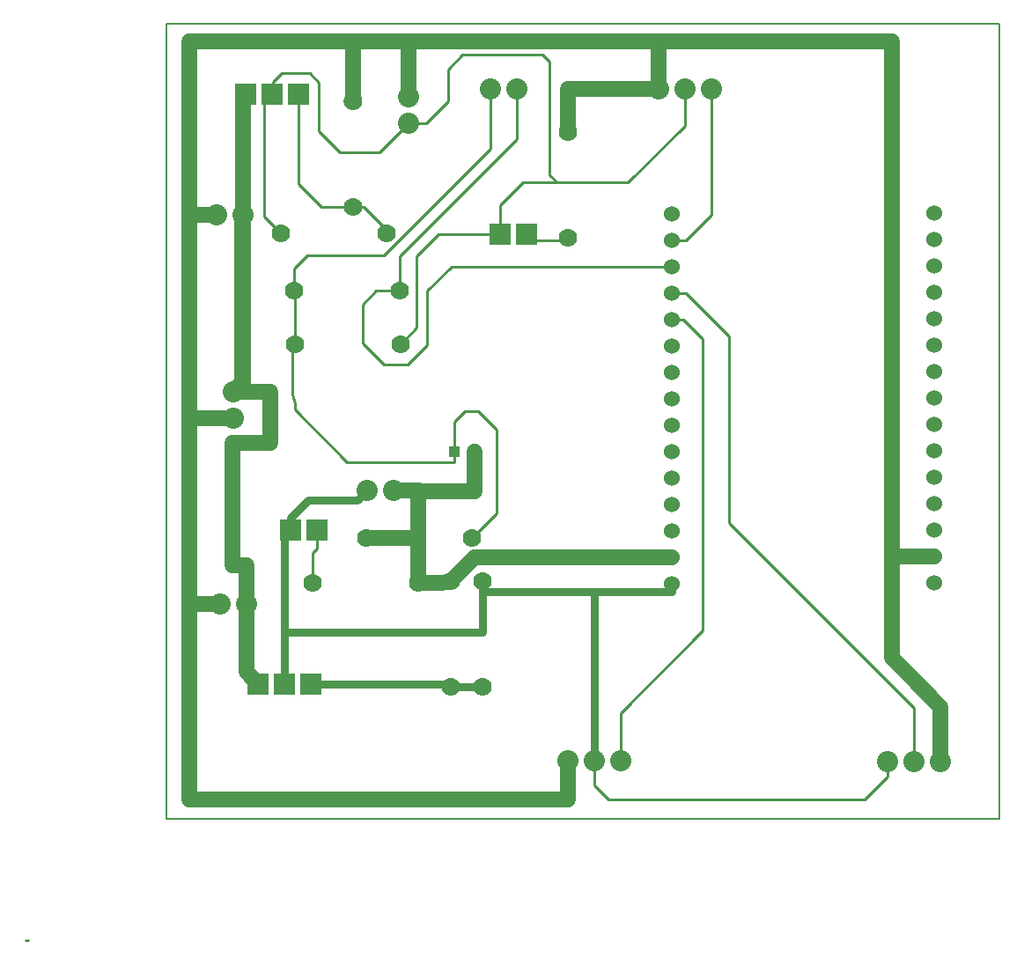
<source format=gbr>
G04 PROTEUS GERBER X2 FILE*
%TF.GenerationSoftware,Labcenter,Proteus,8.6-SP2-Build23525*%
%TF.CreationDate,2021-11-18T02:18:18+00:00*%
%TF.FileFunction,Copper,L2,Bot*%
%TF.FilePolarity,Positive*%
%TF.Part,Single*%
%FSLAX45Y45*%
%MOMM*%
G01*
%TA.AperFunction,Conductor*%
%ADD18C,1.524000*%
%ADD19C,0.254000*%
%ADD70C,0.762000*%
%TA.AperFunction,WasherPad*%
%ADD10C,1.524000*%
%TA.AperFunction,ViaPad*%
%ADD11C,1.524000*%
%TA.AperFunction,ComponentPad*%
%ADD12C,2.032000*%
%ADD13R,2.032000X2.032000*%
%TA.AperFunction,ComponentPad*%
%ADD14C,1.778000*%
%TA.AperFunction,WasherPad*%
%ADD15R,1.120000X1.120000*%
%TA.AperFunction,ComponentPad*%
%ADD16C,1.120000*%
%TA.AperFunction,Profile*%
%ADD17C,0.203200*%
%TD.AperFunction*%
D18*
X-10430000Y+960000D02*
X-10210000Y+960000D01*
X-10430000Y+960000D02*
X-10640000Y+960000D01*
X-10640000Y-810000D02*
X-10630000Y-810000D01*
X-10640000Y-810000D02*
X-10640000Y+960000D01*
D19*
X-8930000Y+270000D02*
X-8960000Y+243425D01*
X-8960000Y+270000D02*
X-8960000Y+243425D01*
X-9625000Y+1675000D02*
X-9625000Y+2190000D01*
X-9630000Y+2190000D01*
X-8609000Y+1675000D02*
X-8449000Y+1835000D01*
X-8449000Y+2526000D01*
X-8245000Y+2730000D01*
X-7650000Y+2730000D01*
D18*
X-8080000Y+260000D02*
X-8120000Y+260000D01*
X-7990000Y+260000D02*
X-8080000Y+260000D01*
X-7970000Y+260000D02*
X-7980000Y+260000D01*
X-7990000Y+260000D01*
X-7940000Y+260000D02*
X-7960000Y+260000D01*
X-7970000Y+260000D01*
X-7890000Y+640000D02*
X-7890000Y+260000D01*
X-7920000Y+260000D01*
X-7940000Y+260000D01*
D19*
X-9450000Y-620000D02*
X-9450000Y-330000D01*
X-9406000Y-286000D01*
X-9406000Y-110000D01*
D70*
X-9720000Y-860000D02*
X-9720000Y-110000D01*
X-9660000Y-110000D01*
D18*
X-8120000Y+260000D02*
X-8130000Y+260000D01*
X-8140000Y+260000D01*
X-10630000Y-810000D02*
X-10630000Y-820000D01*
X-10344000Y-820000D01*
D70*
X-9720000Y-870000D02*
X-9720000Y-860000D01*
X-9466000Y-1590000D02*
X-8208900Y-1590000D01*
X-8120000Y-1620000D01*
X-7908900Y-1620000D01*
X-7820000Y-1616000D01*
D18*
X-8434000Y-620000D02*
X-8208900Y-620000D01*
X-8120000Y-604000D01*
X-8434000Y+260000D02*
X-8140000Y+260000D01*
D70*
X-9660000Y-110000D02*
X-9660000Y+10000D01*
X-9490000Y+180000D01*
X-9020000Y+180000D01*
X-8930000Y+270000D01*
D18*
X-8676000Y+270000D02*
X-8434000Y+270000D01*
X-8434000Y+260000D01*
D19*
X-8090000Y+640000D02*
X-8090000Y+540000D01*
X-9120000Y+540000D01*
X-9625000Y+1045000D01*
X-9625000Y+1105000D01*
X-9645000Y+1193900D01*
X-9645000Y+1586100D01*
X-9625000Y+1675000D01*
D18*
X-8931000Y-185000D02*
X-8610000Y-185000D01*
X-8434000Y-185000D01*
X-8434000Y-620000D02*
X-8434000Y-185000D01*
X-8434000Y+260000D01*
D19*
X-7915000Y-185000D02*
X-7680000Y+50000D01*
X-7680000Y+850000D01*
X-7860000Y+1030000D01*
X-7990000Y+1030000D01*
X-8090000Y+930000D01*
X-8090000Y+640000D01*
X-8614000Y+2190000D02*
X-8614000Y+2526000D01*
X-7490000Y+3650000D01*
X-7490000Y+4130000D01*
X-9630000Y+2190000D02*
X-9630000Y+2400000D01*
X-9500000Y+2530000D01*
X-8770000Y+2530000D01*
X-7744000Y+3556000D01*
X-7744000Y+4130000D01*
D70*
X-9720000Y-1050000D02*
X-9720000Y-930000D01*
X-9720000Y-870000D01*
X-9720000Y-1590000D02*
X-9720000Y-1240000D01*
X-9720000Y-1190000D02*
X-9720000Y-1240000D01*
X-9720000Y-1110000D02*
X-9720000Y-1120000D01*
X-9720000Y-1140000D01*
X-9720000Y-1190000D01*
X-9720000Y-1090000D02*
X-9720000Y-1080000D01*
X-9720000Y-1050000D01*
X-9720000Y-1090000D02*
X-9720000Y-1110000D01*
D18*
X-9974000Y-1590000D02*
X-10090000Y-1474000D01*
X-10090000Y-820000D01*
X-10210000Y+1214000D02*
X-9860000Y+1214000D01*
X-9860000Y+730000D01*
X-10220000Y+730000D01*
X-10220000Y-450000D01*
X-10090000Y-450000D01*
X-10090000Y-820000D01*
X-3630000Y-362000D02*
X-3470000Y-362000D01*
X-3820000Y-362000D02*
X-3630000Y-362000D01*
X-3880000Y-362000D02*
X-3820000Y-362000D01*
D19*
X-6746000Y-2330000D02*
X-6746000Y-2564000D01*
X-6610000Y-2700000D01*
X-4140000Y-2700000D01*
X-3920000Y-2480000D01*
X-3920000Y-2340000D01*
D18*
X-10640000Y+2920000D02*
X-10374000Y+2920000D01*
X-10640000Y+960000D02*
X-10640000Y+2920000D01*
X-10210000Y+1214000D02*
X-10120000Y+1305440D01*
X-10120000Y+2920000D01*
X-10210000Y+1214000D02*
X-10220000Y+1214000D01*
X-10130000Y+1305440D01*
X-10130000Y+2909840D01*
X-10120000Y+2920000D01*
X-10120000Y+3978400D01*
X-10094000Y+4080000D01*
X-9080000Y+4010000D02*
X-9060000Y+4010000D01*
X-8530000Y+4330000D02*
X-8530000Y+4054000D01*
X-9060000Y+4010000D02*
X-9060000Y+4016000D01*
X-8530000Y+4590000D02*
X-8530000Y+4456000D01*
X-8530000Y+4330000D01*
X-8530000Y+4590000D02*
X-8330000Y+4590000D01*
X-10640000Y+2920000D02*
X-10640000Y+4590000D01*
X-9100000Y+4590000D01*
X-9100000Y+4580000D01*
X-9100000Y+4590000D02*
X-8530000Y+4590000D01*
D19*
X-7650000Y+2730000D02*
X-7650000Y+3010000D01*
X-7430000Y+3230000D01*
X-7100000Y+3230000D01*
X-7170000Y+3300000D01*
X-7170000Y+4390000D01*
X-7240000Y+4460000D01*
X-8010000Y+4460000D01*
X-8150000Y+4320000D01*
X-8150000Y+4010000D01*
X-8360000Y+3800000D01*
X-8530000Y+3800000D01*
X-7396000Y+2730000D02*
X-7396000Y+2690000D01*
X-7294400Y+2670000D01*
X-7088900Y+2670000D01*
X-7000000Y+2700000D01*
D18*
X-6148320Y+4590000D02*
X-8330000Y+4590000D01*
D19*
X-7100000Y+3230000D02*
X-6420000Y+3230000D01*
X-5874000Y+3776000D01*
X-5874000Y+4130000D01*
D18*
X-6128000Y+4130000D02*
X-6128000Y+4590000D01*
X-6148320Y+4590000D02*
X-6128000Y+4590000D01*
X-5508320Y+4590000D01*
X-7000000Y+3716000D02*
X-7000000Y+4130000D01*
X-6128000Y+4130000D01*
D70*
X-6746000Y-700000D02*
X-6000000Y-700000D01*
X-6000000Y-626000D01*
D18*
X-5508320Y+4590000D02*
X-3880000Y+4590000D01*
X-3880000Y-362000D01*
X-3412000Y-2340000D02*
X-3412000Y-1810000D01*
X-3732000Y-1490000D01*
X-3880000Y-1342000D01*
X-3880000Y-362000D01*
X-8120000Y-604000D02*
X-7890000Y-374000D01*
X-6076200Y-374000D01*
X-6000000Y-372000D01*
D70*
X-7820000Y-710000D02*
X-7820000Y-1090000D01*
X-9720000Y-1090000D01*
X-6746000Y-2330000D02*
X-6746000Y-710000D01*
X-7820000Y-710000D02*
X-7820000Y-700000D01*
X-6746000Y-700000D01*
X-6746000Y-710000D01*
X-7820000Y-600000D02*
X-7820000Y-700000D01*
D19*
X-6492000Y-2330000D02*
X-6492000Y-1870000D01*
X-5700000Y-1078000D01*
X-5700000Y+1730000D01*
X-5884000Y+1914000D01*
X-6000000Y+1914000D01*
X-3666000Y-2340000D02*
X-3666000Y-1820000D01*
X-5446000Y-40000D01*
X-5446000Y+1750000D01*
X-5864000Y+2168000D01*
X-6000000Y+2168000D01*
X-8614000Y+2190000D02*
X-8840000Y+2190000D01*
X-8970000Y+2060000D01*
X-8970000Y+1680000D01*
X-8770000Y+1480000D01*
X-8540000Y+1480000D01*
X-8350000Y+1670000D01*
X-8350000Y+2190000D01*
X-8118000Y+2422000D01*
X-6000000Y+2422000D01*
X-6000000Y+2676000D02*
X-5860000Y+2676000D01*
X-5620000Y+2916000D01*
X-5620000Y+4130000D01*
D18*
X-10630000Y-820000D02*
X-10640000Y-820000D01*
X-10640000Y-2700000D01*
X-7000000Y-2700000D01*
X-7000000Y-2330000D01*
D19*
X-9760000Y+2740000D02*
X-9920000Y+2900000D01*
X-9920000Y+4070000D01*
X-9930000Y+4080000D01*
X-9840000Y+4080000D01*
X-9586000Y+4080000D02*
X-9586000Y+3220000D01*
X-9366000Y+3000000D01*
X-9060000Y+3000000D01*
D18*
X-9060000Y+4016000D02*
X-9060000Y+4580000D01*
X-9100000Y+4580000D01*
D19*
X-8744000Y+2740000D02*
X-8744000Y+2780000D01*
X-8964000Y+3000000D01*
X-9060000Y+3000000D01*
X-9840000Y+4080000D02*
X-9830000Y+4181600D01*
X-9830000Y+4200000D01*
X-9750000Y+4280000D01*
X-9480000Y+4280000D01*
X-9390000Y+4190000D01*
X-9390000Y+3720000D01*
X-9190000Y+3520000D01*
X-8810000Y+3520000D01*
X-8530000Y+3800000D01*
X-12210000Y-4060000D02*
X-12190000Y-4060000D01*
X-12210000Y-4060000D01*
D10*
X-6000000Y+2930000D03*
X-6000000Y+2676000D03*
X-6000000Y+2422000D03*
X-6000000Y+2168000D03*
X-6000000Y+1914000D03*
X-6000000Y+1660000D03*
X-6000000Y+1406000D03*
X-6000000Y+1152000D03*
X-6000000Y+898000D03*
X-6000000Y+644000D03*
X-6000000Y+390000D03*
X-6000000Y+136000D03*
X-6000000Y-118000D03*
X-6000000Y-372000D03*
X-6000000Y-626000D03*
D11*
X-6000000Y-372000D03*
D10*
X-3470000Y+2940000D03*
X-3470000Y+2686000D03*
X-3470000Y+2432000D03*
X-3470000Y+2178000D03*
X-3470000Y+1924000D03*
X-3470000Y+1670000D03*
X-3470000Y+1416000D03*
X-3470000Y+1162000D03*
X-3470000Y+908000D03*
X-3470000Y+654000D03*
X-3470000Y+400000D03*
X-3470000Y+146000D03*
X-3470000Y-108000D03*
X-3470000Y-362000D03*
X-3470000Y-616000D03*
D12*
X-5620000Y+4130000D03*
X-5874000Y+4130000D03*
X-6128000Y+4130000D03*
X-7490000Y+4130000D03*
X-7744000Y+4130000D03*
X-10210000Y+960000D03*
X-10210000Y+1214000D03*
X-10120000Y+2920000D03*
X-10374000Y+2920000D03*
D13*
X-9586000Y+4080000D03*
X-9840000Y+4080000D03*
X-10094000Y+4080000D03*
D14*
X-9060000Y+3000000D03*
X-9060000Y+4016000D03*
X-9760000Y+2740000D03*
X-8744000Y+2740000D03*
D12*
X-8530000Y+3800000D03*
X-8530000Y+4054000D03*
D14*
X-7000000Y+2700000D03*
X-7000000Y+3716000D03*
D13*
X-7650000Y+2730000D03*
X-7396000Y+2730000D03*
D14*
X-9630000Y+2190000D03*
X-8614000Y+2190000D03*
D12*
X-10090000Y-820000D03*
X-10344000Y-820000D03*
D13*
X-9466000Y-1590000D03*
X-9720000Y-1590000D03*
X-9974000Y-1590000D03*
D14*
X-7820000Y-600000D03*
X-7820000Y-1616000D03*
X-8120000Y-1620000D03*
X-8120000Y-604000D03*
D12*
X-8930000Y+270000D03*
X-8676000Y+270000D03*
D14*
X-9450000Y-620000D03*
X-8434000Y-620000D03*
D13*
X-9660000Y-110000D03*
X-9406000Y-110000D03*
D15*
X-8090000Y+640000D03*
D16*
X-7890000Y+640000D03*
D14*
X-9625000Y+1675000D03*
X-8609000Y+1675000D03*
X-7915000Y-185000D03*
X-8931000Y-185000D03*
D12*
X-3920000Y-2340000D03*
X-3666000Y-2340000D03*
X-3412000Y-2340000D03*
X-7000000Y-2330000D03*
X-6746000Y-2330000D03*
X-6492000Y-2330000D03*
D17*
X-10860000Y-2890000D02*
X-2850000Y-2890000D01*
X-2850000Y+4760000D01*
X-10860000Y+4760000D01*
X-10860000Y-2890000D01*
M02*

</source>
